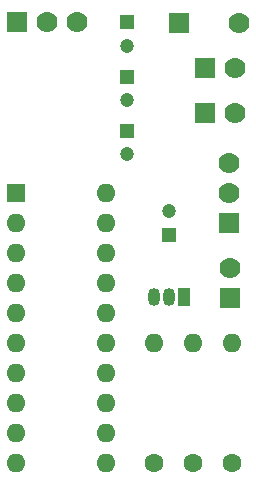
<source format=gbr>
%TF.GenerationSoftware,KiCad,Pcbnew,7.0.9*%
%TF.CreationDate,2025-01-23T13:38:17+01:00*%
%TF.ProjectId,shake,7368616b-652e-46b6-9963-61645f706362,rev?*%
%TF.SameCoordinates,Original*%
%TF.FileFunction,Copper,L1,Top*%
%TF.FilePolarity,Positive*%
%FSLAX46Y46*%
G04 Gerber Fmt 4.6, Leading zero omitted, Abs format (unit mm)*
G04 Created by KiCad (PCBNEW 7.0.9) date 2025-01-23 13:38:17*
%MOMM*%
%LPD*%
G01*
G04 APERTURE LIST*
%TA.AperFunction,ComponentPad*%
%ADD10R,1.200000X1.200000*%
%TD*%
%TA.AperFunction,ComponentPad*%
%ADD11C,1.200000*%
%TD*%
%TA.AperFunction,ComponentPad*%
%ADD12R,1.778000X1.778000*%
%TD*%
%TA.AperFunction,ComponentPad*%
%ADD13C,1.778000*%
%TD*%
%TA.AperFunction,ComponentPad*%
%ADD14C,1.600000*%
%TD*%
%TA.AperFunction,ComponentPad*%
%ADD15O,1.600000X1.600000*%
%TD*%
%TA.AperFunction,ComponentPad*%
%ADD16R,1.050000X1.500000*%
%TD*%
%TA.AperFunction,ComponentPad*%
%ADD17O,1.050000X1.500000*%
%TD*%
%TA.AperFunction,ComponentPad*%
%ADD18R,1.600000X1.600000*%
%TD*%
%TA.AperFunction,Conductor*%
%ADD19C,0.300000*%
%TD*%
G04 APERTURE END LIST*
D10*
%TO.P,C3,1*%
%TO.N,reset*%
X64496000Y-62014401D03*
D11*
%TO.P,C3,2*%
%TO.N,GND*%
X64496000Y-64014401D03*
%TD*%
D12*
%TO.P,BAT,1*%
%TO.N,+3.7V*%
X71110000Y-56700500D03*
D13*
%TO.P,BAT,2*%
%TO.N,GND*%
X73650000Y-56700500D03*
%TD*%
D10*
%TO.P,C4,1*%
%TO.N,sensor*%
X68062000Y-70845000D03*
D11*
%TO.P,C4,2*%
%TO.N,GND*%
X68062000Y-68845000D03*
%TD*%
D14*
%TO.P,R3,1*%
%TO.N,led*%
X73396000Y-90165000D03*
D15*
%TO.P,R3,2*%
%TO.N,T1base*%
X73396000Y-80005000D03*
%TD*%
D10*
%TO.P,C1,1*%
%TO.N,+3.7V*%
X64506000Y-52859000D03*
D11*
%TO.P,C1,2*%
%TO.N,GND*%
X64506000Y-54859000D03*
%TD*%
D12*
%TO.P,LED,1*%
%TO.N,LedVcc*%
X73205500Y-76195000D03*
D13*
%TO.P,LED,2*%
%TO.N,GND*%
X73205500Y-73655000D03*
%TD*%
D16*
%TO.P,T1,1*%
%TO.N,LedVcc*%
X69332000Y-76137000D03*
D17*
%TO.P,T1,2*%
%TO.N,T1base*%
X68062000Y-76137000D03*
%TO.P,T1,3*%
%TO.N,T1VCC*%
X66792000Y-76137000D03*
%TD*%
D12*
%TO.P,CHRG,1*%
%TO.N,+3.7V*%
X71110000Y-60510500D03*
D13*
%TO.P,CHRG,2*%
%TO.N,GND*%
X73650000Y-60510500D03*
%TD*%
D14*
%TO.P,R1,1*%
%TO.N,+5V*%
X66792000Y-90165000D03*
D15*
%TO.P,R1,2*%
%TO.N,reset*%
X66792000Y-80005000D03*
%TD*%
D12*
%TO.P,SNSR,1*%
%TO.N,+5V*%
X73142000Y-69845000D03*
D13*
%TO.P,SNSR,2*%
%TO.N,GND*%
X73142000Y-67305000D03*
%TO.P,SNSR,3*%
%TO.N,sensor*%
X73142000Y-64765000D03*
%TD*%
D10*
%TO.P,C2,1*%
%TO.N,+5V*%
X64506000Y-57442401D03*
D11*
%TO.P,C2,2*%
%TO.N,GND*%
X64506000Y-59442401D03*
%TD*%
D12*
%TO.P,BST,1*%
%TO.N,+5V*%
X55118000Y-52832000D03*
D13*
%TO.P,BST,2*%
%TO.N,GND*%
X57658000Y-52832000D03*
%TO.P,BST,3*%
%TO.N,+3.7V*%
X60198000Y-52832000D03*
%TD*%
D18*
%TO.P,MSP430,1*%
%TO.N,+5V*%
X55108000Y-67305000D03*
D15*
%TO.P,MSP430,2*%
%TO.N,N/C*%
X55108000Y-69845000D03*
%TO.P,MSP430,3*%
X55108000Y-72385000D03*
%TO.P,MSP430,4*%
X55108000Y-74925000D03*
%TO.P,MSP430,5*%
X55108000Y-77465000D03*
%TO.P,MSP430,6*%
X55108000Y-80005000D03*
%TO.P,MSP430,7*%
X55108000Y-82545000D03*
%TO.P,MSP430,8*%
X55108000Y-85085000D03*
%TO.P,MSP430,9*%
X55108000Y-87625000D03*
%TO.P,MSP430,10*%
X55108000Y-90165000D03*
%TO.P,MSP430,11*%
%TO.N,led*%
X62728000Y-90165000D03*
%TO.P,MSP430,12*%
%TO.N,N/C*%
X62728000Y-87625000D03*
%TO.P,MSP430,13*%
X62728000Y-85085000D03*
%TO.P,MSP430,14*%
X62728000Y-82545000D03*
%TO.P,MSP430,15*%
X62728000Y-80005000D03*
%TO.P,MSP430,16*%
%TO.N,reset*%
X62728000Y-77465000D03*
%TO.P,MSP430,17*%
%TO.N,N/C*%
X62728000Y-74925000D03*
%TO.P,MSP430,18*%
%TO.N,sensor*%
X62728000Y-72385000D03*
%TO.P,MSP430,19*%
%TO.N,N/C*%
X62728000Y-69845000D03*
%TO.P,MSP430,20*%
%TO.N,GND*%
X62728000Y-67305000D03*
%TD*%
D12*
%TO.P,SW,1*%
%TO.N,+3.7V*%
X68887500Y-52890500D03*
D13*
%TO.P,SW,2*%
X73967500Y-52890500D03*
%TD*%
D14*
%TO.P,R2,1*%
%TO.N,+5V*%
X70094000Y-90165000D03*
D15*
%TO.P,R2,2*%
%TO.N,T1VCC*%
X70094000Y-80005000D03*
%TD*%
D19*
%TO.N,+5V*%
X55118000Y-67564000D02*
X55372000Y-67818000D01*
%TD*%
M02*

</source>
